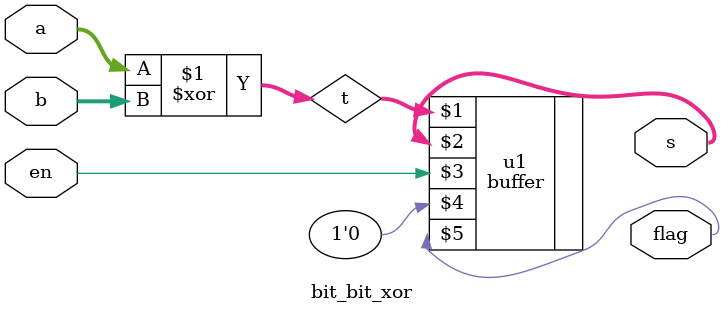
<source format=v>
module bit_bit_xor (a, b, s, en, flag);
    input [7:0] a, b;
    input en;
    output [7:0] s;
    wire [7:0] t;
    output flag;

    assign t = a ^ b;

    buffer u1(t, s, en, 1'b0, flag);
endmodule
</source>
